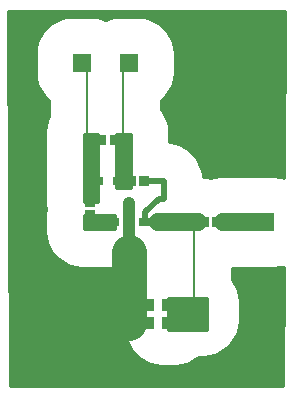
<source format=gbr>
G04 #@! TF.GenerationSoftware,KiCad,Pcbnew,5.1.5+dfsg1-2~bpo9+1*
G04 #@! TF.CreationDate,2020-05-02T13:54:47-04:00*
G04 #@! TF.ProjectId,local_oscillator,6c6f6361-6c5f-46f7-9363-696c6c61746f,rev?*
G04 #@! TF.SameCoordinates,PX3066230PY18b33e0*
G04 #@! TF.FileFunction,Copper,L1,Top*
G04 #@! TF.FilePolarity,Positive*
%FSLAX46Y46*%
G04 Gerber Fmt 4.6, Leading zero omitted, Abs format (unit mm)*
G04 Created by KiCad (PCBNEW 5.1.5+dfsg1-2~bpo9+1) date 2020-05-02 13:54:47*
%MOMM*%
%LPD*%
G04 APERTURE LIST*
%ADD10R,0.600000X0.700000*%
%ADD11R,0.848360X0.899160*%
%ADD12R,1.099820X0.998220*%
%ADD13R,1.500000X1.500000*%
%ADD14R,1.000000X0.650000*%
%ADD15R,0.650000X1.000000*%
%ADD16R,0.899160X0.848360*%
%ADD17C,1.487000*%
%ADD18C,0.250000*%
%ADD19C,0.200000*%
%ADD20C,0.470000*%
%ADD21C,1.000000*%
%ADD22C,3.000000*%
%ADD23C,0.254000*%
G04 APERTURE END LIST*
D10*
X9200000Y-14600000D03*
X7800000Y-14600000D03*
D11*
X11579120Y-14600000D03*
X10420880Y-14600000D03*
X16591760Y-18100000D03*
X17750000Y-18100000D03*
D12*
X11901640Y-25100001D03*
X13598360Y-25100001D03*
X11901640Y-26600000D03*
X13598360Y-26600000D03*
D13*
X15749999Y-25600000D03*
X6250000Y-4600000D03*
X10250000Y-4600000D03*
X21750000Y-18100000D03*
D14*
X11600000Y-18100000D03*
D15*
X10250000Y-19450000D03*
D14*
X8900000Y-18100000D03*
D15*
X10250000Y-16750000D03*
D16*
X6950000Y-17529120D03*
X6950000Y-16370880D03*
D11*
X7920880Y-11150000D03*
X9079120Y-11150000D03*
D17*
X21000000Y-18100000D02*
X18250000Y-18100000D01*
D18*
X7196700Y-11100000D02*
X7870880Y-11100000D01*
X7000000Y-10903300D02*
X7196700Y-11100000D01*
D19*
X6750000Y-5100000D02*
X6750000Y-10903300D01*
D20*
X11600000Y-17275000D02*
X12775000Y-16100000D01*
X11600000Y-17275000D02*
X11600000Y-17850000D01*
X13200000Y-14600000D02*
X13200000Y-16100000D01*
X12775000Y-16100000D02*
X13200000Y-16100000D01*
X13200000Y-14600000D02*
X11379120Y-14600000D01*
D21*
X10250000Y-16500000D02*
X10250000Y-19200000D01*
D22*
X10250000Y-20600000D02*
X10250000Y-26600000D01*
D18*
X10250000Y-26600000D02*
X3500000Y-26600000D01*
X3500000Y-26600000D02*
X3250000Y-26850000D01*
X3250000Y-26850000D02*
X3250000Y-27350000D01*
X9029120Y-11100000D02*
X9703300Y-11100000D01*
X9453300Y-11100000D02*
X9750000Y-11396700D01*
D19*
X9750000Y-5100000D02*
X9750000Y-11100000D01*
D18*
X9750000Y-11600000D02*
X9750000Y-14600000D01*
X9750000Y-11396700D02*
X9750000Y-11600000D01*
D17*
X16091760Y-18100000D02*
X12750000Y-18100000D01*
D19*
X15749999Y-18441761D02*
X15749999Y-25600000D01*
D18*
X16091760Y-18100000D02*
X15749999Y-18441761D01*
X14098359Y-25600000D02*
X13598360Y-25100001D01*
X15749999Y-25600000D02*
X14098359Y-25600000D01*
X13598360Y-25850890D02*
X13598360Y-26600000D01*
X13849250Y-25600000D02*
X13598360Y-25850890D01*
X15749999Y-25600000D02*
X13849250Y-25600000D01*
D23*
G36*
X23379838Y-14349190D02*
G01*
X23112999Y-14268245D01*
X22500000Y-14207870D01*
X21000000Y-14207870D01*
X20780386Y-14229500D01*
X18059860Y-14229500D01*
X17491249Y-14285503D01*
X17170880Y-14382686D01*
X16850511Y-14285503D01*
X16544322Y-14255346D01*
X16513355Y-13940933D01*
X16321112Y-13307193D01*
X16008926Y-12723135D01*
X15588796Y-12211204D01*
X15076865Y-11791074D01*
X14492807Y-11478888D01*
X13859067Y-11286645D01*
X13677000Y-11268713D01*
X13677000Y-10500000D01*
X13616916Y-9889953D01*
X13438971Y-9303349D01*
X13150005Y-8762732D01*
X12977000Y-8551924D01*
X12977000Y-7772741D01*
X13221821Y-7571821D01*
X13612586Y-7095674D01*
X13902950Y-6552441D01*
X14081755Y-5962999D01*
X14142130Y-5350000D01*
X14142130Y-3850000D01*
X14081755Y-3237001D01*
X13902950Y-2647559D01*
X13612586Y-2104326D01*
X13221821Y-1628179D01*
X12745674Y-1237414D01*
X12202441Y-947050D01*
X11612999Y-768245D01*
X11000000Y-707870D01*
X9500000Y-707870D01*
X8887001Y-768245D01*
X8297559Y-947050D01*
X8250000Y-972471D01*
X8202441Y-947050D01*
X7612999Y-768245D01*
X7000000Y-707870D01*
X5500000Y-707870D01*
X4887001Y-768245D01*
X4297559Y-947050D01*
X3754326Y-1237414D01*
X3278179Y-1628179D01*
X2887414Y-2104326D01*
X2597050Y-2647559D01*
X2418245Y-3237001D01*
X2357870Y-3850000D01*
X2357870Y-5350000D01*
X2418245Y-5962999D01*
X2597050Y-6552441D01*
X2887414Y-7095674D01*
X3278179Y-7571821D01*
X3523000Y-7772741D01*
X3523001Y-9093865D01*
X3411029Y-9303349D01*
X3233084Y-9889953D01*
X3173000Y-10500000D01*
X3173000Y-16550000D01*
X3212396Y-16950000D01*
X3173000Y-17350000D01*
X3173000Y-18825000D01*
X3233084Y-19435047D01*
X3411029Y-20021651D01*
X3699995Y-20562268D01*
X4088877Y-21036123D01*
X4562732Y-21425005D01*
X5103349Y-21713971D01*
X5689953Y-21891916D01*
X6300000Y-21952000D01*
X9250000Y-21952000D01*
X9860047Y-21891916D01*
X10446651Y-21713971D01*
X10780283Y-21535641D01*
X11009088Y-21558176D01*
X11261657Y-21693177D01*
X11640130Y-21807986D01*
X11302776Y-21988305D01*
X10826629Y-22379070D01*
X10435864Y-22855217D01*
X10145500Y-23398450D01*
X9966695Y-23987892D01*
X9906320Y-24600891D01*
X9906320Y-25599111D01*
X9931030Y-25850000D01*
X9906320Y-26100890D01*
X9906320Y-27099110D01*
X9966695Y-27712109D01*
X10145500Y-28301551D01*
X10435864Y-28844784D01*
X10826629Y-29320931D01*
X11302776Y-29711696D01*
X11846009Y-30002060D01*
X12435451Y-30180865D01*
X13048450Y-30241240D01*
X14148270Y-30241240D01*
X14761269Y-30180865D01*
X15350711Y-30002060D01*
X15893944Y-29711696D01*
X16161485Y-29492130D01*
X16499999Y-29492130D01*
X17112998Y-29431755D01*
X17702440Y-29252950D01*
X18245673Y-28962586D01*
X18721820Y-28571821D01*
X19112585Y-28095674D01*
X19402949Y-27552441D01*
X19581754Y-26962999D01*
X19642129Y-26350000D01*
X19642129Y-24850000D01*
X19581754Y-24237001D01*
X19402949Y-23647559D01*
X19112585Y-23104326D01*
X18976999Y-22939115D01*
X18976999Y-21970500D01*
X20780386Y-21970500D01*
X21000000Y-21992130D01*
X22500000Y-21992130D01*
X23112999Y-21931755D01*
X23350500Y-21859710D01*
X23310995Y-31973000D01*
X189005Y-31973000D01*
X64997Y-227000D01*
X23435003Y-227000D01*
X23379838Y-14349190D01*
G37*
X23379838Y-14349190D02*
X23112999Y-14268245D01*
X22500000Y-14207870D01*
X21000000Y-14207870D01*
X20780386Y-14229500D01*
X18059860Y-14229500D01*
X17491249Y-14285503D01*
X17170880Y-14382686D01*
X16850511Y-14285503D01*
X16544322Y-14255346D01*
X16513355Y-13940933D01*
X16321112Y-13307193D01*
X16008926Y-12723135D01*
X15588796Y-12211204D01*
X15076865Y-11791074D01*
X14492807Y-11478888D01*
X13859067Y-11286645D01*
X13677000Y-11268713D01*
X13677000Y-10500000D01*
X13616916Y-9889953D01*
X13438971Y-9303349D01*
X13150005Y-8762732D01*
X12977000Y-8551924D01*
X12977000Y-7772741D01*
X13221821Y-7571821D01*
X13612586Y-7095674D01*
X13902950Y-6552441D01*
X14081755Y-5962999D01*
X14142130Y-5350000D01*
X14142130Y-3850000D01*
X14081755Y-3237001D01*
X13902950Y-2647559D01*
X13612586Y-2104326D01*
X13221821Y-1628179D01*
X12745674Y-1237414D01*
X12202441Y-947050D01*
X11612999Y-768245D01*
X11000000Y-707870D01*
X9500000Y-707870D01*
X8887001Y-768245D01*
X8297559Y-947050D01*
X8250000Y-972471D01*
X8202441Y-947050D01*
X7612999Y-768245D01*
X7000000Y-707870D01*
X5500000Y-707870D01*
X4887001Y-768245D01*
X4297559Y-947050D01*
X3754326Y-1237414D01*
X3278179Y-1628179D01*
X2887414Y-2104326D01*
X2597050Y-2647559D01*
X2418245Y-3237001D01*
X2357870Y-3850000D01*
X2357870Y-5350000D01*
X2418245Y-5962999D01*
X2597050Y-6552441D01*
X2887414Y-7095674D01*
X3278179Y-7571821D01*
X3523000Y-7772741D01*
X3523001Y-9093865D01*
X3411029Y-9303349D01*
X3233084Y-9889953D01*
X3173000Y-10500000D01*
X3173000Y-16550000D01*
X3212396Y-16950000D01*
X3173000Y-17350000D01*
X3173000Y-18825000D01*
X3233084Y-19435047D01*
X3411029Y-20021651D01*
X3699995Y-20562268D01*
X4088877Y-21036123D01*
X4562732Y-21425005D01*
X5103349Y-21713971D01*
X5689953Y-21891916D01*
X6300000Y-21952000D01*
X9250000Y-21952000D01*
X9860047Y-21891916D01*
X10446651Y-21713971D01*
X10780283Y-21535641D01*
X11009088Y-21558176D01*
X11261657Y-21693177D01*
X11640130Y-21807986D01*
X11302776Y-21988305D01*
X10826629Y-22379070D01*
X10435864Y-22855217D01*
X10145500Y-23398450D01*
X9966695Y-23987892D01*
X9906320Y-24600891D01*
X9906320Y-25599111D01*
X9931030Y-25850000D01*
X9906320Y-26100890D01*
X9906320Y-27099110D01*
X9966695Y-27712109D01*
X10145500Y-28301551D01*
X10435864Y-28844784D01*
X10826629Y-29320931D01*
X11302776Y-29711696D01*
X11846009Y-30002060D01*
X12435451Y-30180865D01*
X13048450Y-30241240D01*
X14148270Y-30241240D01*
X14761269Y-30180865D01*
X15350711Y-30002060D01*
X15893944Y-29711696D01*
X16161485Y-29492130D01*
X16499999Y-29492130D01*
X17112998Y-29431755D01*
X17702440Y-29252950D01*
X18245673Y-28962586D01*
X18721820Y-28571821D01*
X19112585Y-28095674D01*
X19402949Y-27552441D01*
X19581754Y-26962999D01*
X19642129Y-26350000D01*
X19642129Y-24850000D01*
X19581754Y-24237001D01*
X19402949Y-23647559D01*
X19112585Y-23104326D01*
X18976999Y-22939115D01*
X18976999Y-21970500D01*
X20780386Y-21970500D01*
X21000000Y-21992130D01*
X22500000Y-21992130D01*
X23112999Y-21931755D01*
X23350500Y-21859710D01*
X23310995Y-31973000D01*
X189005Y-31973000D01*
X64997Y-227000D01*
X23435003Y-227000D01*
X23379838Y-14349190D01*
G36*
X10423000Y-15198000D02*
G01*
X9177000Y-15198000D01*
X9177000Y-10627000D01*
X10423000Y-10627000D01*
X10423000Y-15198000D01*
G37*
X10423000Y-15198000D02*
X9177000Y-15198000D01*
X9177000Y-10627000D01*
X10423000Y-10627000D01*
X10423000Y-15198000D01*
G36*
X7673000Y-16423000D02*
G01*
X6427000Y-16423000D01*
X6427000Y-10627000D01*
X7673000Y-10627000D01*
X7673000Y-16423000D01*
G37*
X7673000Y-16423000D02*
X6427000Y-16423000D01*
X6427000Y-10627000D01*
X7673000Y-10627000D01*
X7673000Y-16423000D01*
G36*
X9123000Y-18698000D02*
G01*
X6427000Y-18698000D01*
X6427000Y-17477000D01*
X9123000Y-17477000D01*
X9123000Y-18698000D01*
G37*
X9123000Y-18698000D02*
X6427000Y-18698000D01*
X6427000Y-17477000D01*
X9123000Y-17477000D01*
X9123000Y-18698000D01*
G36*
X16839819Y-27223000D02*
G01*
X13593819Y-27223000D01*
X13593819Y-24477000D01*
X16839819Y-24477000D01*
X16839819Y-27223000D01*
G37*
X16839819Y-27223000D02*
X13593819Y-27223000D01*
X13593819Y-24477000D01*
X16839819Y-24477000D01*
X16839819Y-27223000D01*
M02*

</source>
